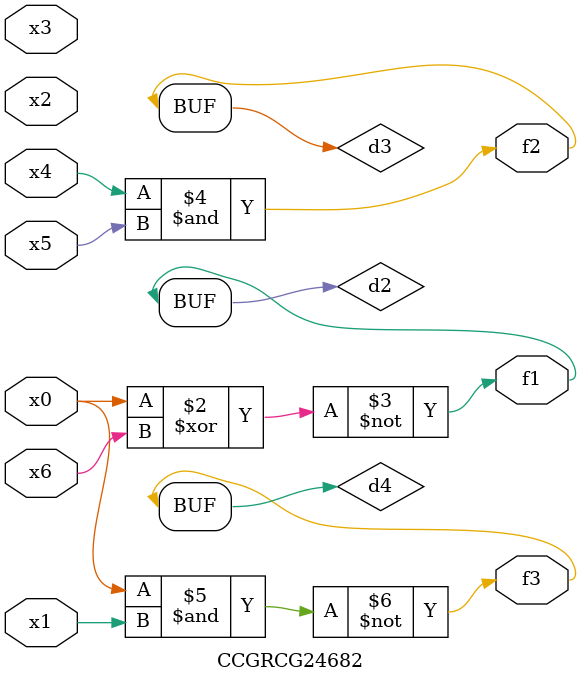
<source format=v>
module CCGRCG24682(
	input x0, x1, x2, x3, x4, x5, x6,
	output f1, f2, f3
);

	wire d1, d2, d3, d4;

	nor (d1, x0);
	xnor (d2, x0, x6);
	and (d3, x4, x5);
	nand (d4, x0, x1);
	assign f1 = d2;
	assign f2 = d3;
	assign f3 = d4;
endmodule

</source>
